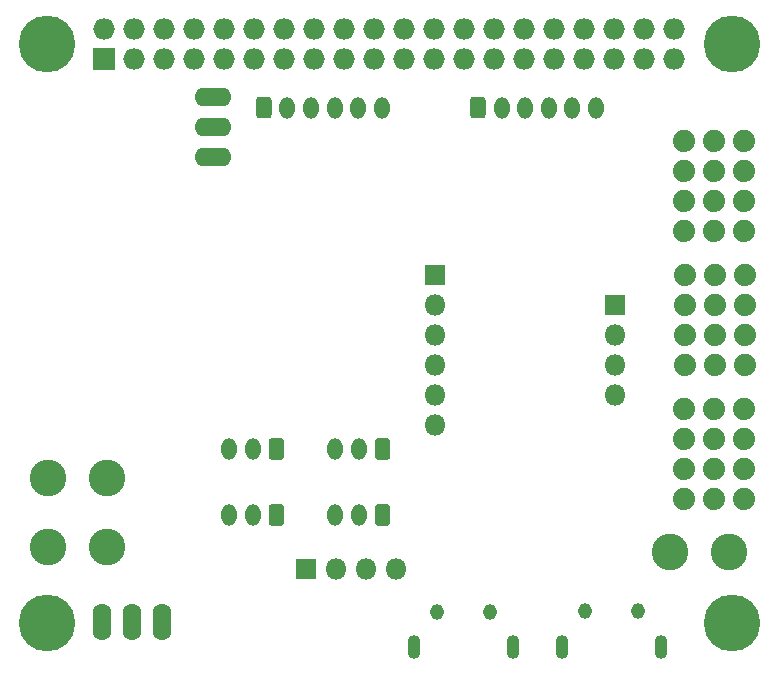
<source format=gbr>
G04 #@! TF.GenerationSoftware,KiCad,Pcbnew,5.1.6-c6e7f7d~87~ubuntu19.10.1*
G04 #@! TF.CreationDate,2021-03-31T16:12:46-04:00*
G04 #@! TF.ProjectId,helios,68656c69-6f73-42e6-9b69-6361645f7063,v1.0*
G04 #@! TF.SameCoordinates,Original*
G04 #@! TF.FileFunction,Soldermask,Bot*
G04 #@! TF.FilePolarity,Negative*
%FSLAX46Y46*%
G04 Gerber Fmt 4.6, Leading zero omitted, Abs format (unit mm)*
G04 Created by KiCad (PCBNEW 5.1.6-c6e7f7d~87~ubuntu19.10.1) date 2021-03-31 16:12:46*
%MOMM*%
%LPD*%
G01*
G04 APERTURE LIST*
%ADD10R,1.800000X1.800000*%
%ADD11O,1.800000X1.800000*%
%ADD12C,3.101600*%
%ADD13O,1.300000X1.850000*%
%ADD14O,1.100000X2.000000*%
%ADD15O,1.150000X1.350000*%
%ADD16O,1.827200X1.827200*%
%ADD17R,1.827200X1.827200*%
%ADD18C,1.879600*%
%ADD19O,1.600200X3.124200*%
%ADD20O,3.124200X1.600200*%
%ADD21C,4.800000*%
G04 APERTURE END LIST*
D10*
G04 #@! TO.C,U10*
X151670000Y-96800000D03*
D11*
X151670000Y-99340000D03*
X151670000Y-101880000D03*
X151670000Y-104420000D03*
X151670000Y-106960000D03*
X151670000Y-109500000D03*
X166910000Y-104420000D03*
X166910000Y-101880000D03*
D10*
X166910000Y-99340000D03*
D11*
X166910000Y-106960000D03*
G04 #@! TD*
D12*
G04 #@! TO.C,1111*
X123950000Y-114050000D03*
X118950000Y-114050000D03*
G04 #@! TD*
G04 #@! TO.C,J5*
G36*
G01*
X136560000Y-83304168D02*
X136560000Y-81995832D01*
G75*
G02*
X136830832Y-81725000I270832J0D01*
G01*
X137589168Y-81725000D01*
G75*
G02*
X137860000Y-81995832I0J-270832D01*
G01*
X137860000Y-83304168D01*
G75*
G02*
X137589168Y-83575000I-270832J0D01*
G01*
X136830832Y-83575000D01*
G75*
G02*
X136560000Y-83304168I0J270832D01*
G01*
G37*
D13*
X139210000Y-82650000D03*
X141210000Y-82650000D03*
X143210000Y-82650000D03*
X145210000Y-82650000D03*
X147210000Y-82650000D03*
G04 #@! TD*
G04 #@! TO.C,J6*
X165330000Y-82650000D03*
X163330000Y-82650000D03*
X161330000Y-82650000D03*
X159330000Y-82650000D03*
X157330000Y-82650000D03*
G36*
G01*
X154680000Y-83304168D02*
X154680000Y-81995832D01*
G75*
G02*
X154950832Y-81725000I270832J0D01*
G01*
X155709168Y-81725000D01*
G75*
G02*
X155980000Y-81995832I0J-270832D01*
G01*
X155980000Y-83304168D01*
G75*
G02*
X155709168Y-83575000I-270832J0D01*
G01*
X154950832Y-83575000D01*
G75*
G02*
X154680000Y-83304168I0J270832D01*
G01*
G37*
G04 #@! TD*
D14*
G04 #@! TO.C,J7*
X158295000Y-128330000D03*
X149945000Y-128330000D03*
D15*
X156345000Y-125330000D03*
X151895000Y-125330000D03*
G04 #@! TD*
G04 #@! TO.C,J8*
X164395000Y-125310000D03*
X168845000Y-125310000D03*
D14*
X162445000Y-128310000D03*
X170795000Y-128310000D03*
G04 #@! TD*
D16*
G04 #@! TO.C,J19*
X171970000Y-76000000D03*
X171970000Y-78540000D03*
X169430000Y-76000000D03*
X169430000Y-78540000D03*
X166890000Y-76000000D03*
X166890000Y-78540000D03*
X164350000Y-76000000D03*
X164350000Y-78540000D03*
X161810000Y-76000000D03*
X161810000Y-78540000D03*
X159270000Y-76000000D03*
X159270000Y-78540000D03*
X156730000Y-76000000D03*
X156730000Y-78540000D03*
X154190000Y-76000000D03*
X154190000Y-78540000D03*
X151650000Y-76000000D03*
X151650000Y-78540000D03*
X149110000Y-76000000D03*
X149110000Y-78540000D03*
X146570000Y-76000000D03*
X146570000Y-78540000D03*
X144030000Y-76000000D03*
X144030000Y-78540000D03*
X141490000Y-76000000D03*
X141490000Y-78540000D03*
X138950000Y-76000000D03*
X138950000Y-78540000D03*
X136410000Y-76000000D03*
X136410000Y-78540000D03*
X133870000Y-76000000D03*
X133870000Y-78540000D03*
X131330000Y-76000000D03*
X131330000Y-78540000D03*
X128790000Y-76000000D03*
X128790000Y-78540000D03*
X126250000Y-76000000D03*
X126250000Y-78540000D03*
X123710000Y-76000000D03*
D17*
X123710000Y-78540000D03*
G04 #@! TD*
D18*
G04 #@! TO.C,JP1*
X177870000Y-115790000D03*
X177870000Y-113250000D03*
X177870000Y-110710000D03*
X177870000Y-108170000D03*
X175330000Y-115790000D03*
X172790000Y-115790000D03*
X175330000Y-113250000D03*
X172790000Y-113250000D03*
X175330000Y-110710000D03*
X172790000Y-110710000D03*
X175330000Y-108170000D03*
X172790000Y-108170000D03*
G04 #@! TD*
G04 #@! TO.C,JP2*
X172770000Y-85480000D03*
X175310000Y-85480000D03*
X172770000Y-88020000D03*
X175310000Y-88020000D03*
X172770000Y-90560000D03*
X175310000Y-90560000D03*
X172770000Y-93100000D03*
X175310000Y-93100000D03*
X177850000Y-85480000D03*
X177850000Y-88020000D03*
X177850000Y-90560000D03*
X177850000Y-93100000D03*
G04 #@! TD*
G04 #@! TO.C,JP3*
X172840000Y-96830000D03*
X175380000Y-96830000D03*
X172840000Y-99370000D03*
X175380000Y-99370000D03*
X172840000Y-101910000D03*
X175380000Y-101910000D03*
X172840000Y-104450000D03*
X175380000Y-104450000D03*
X177920000Y-96830000D03*
X177920000Y-99370000D03*
X177920000Y-101910000D03*
X177920000Y-104450000D03*
G04 #@! TD*
D12*
G04 #@! TO.C,U9*
X118920000Y-119820000D03*
X123920000Y-119820000D03*
G04 #@! TD*
G04 #@! TO.C,U11*
X171580000Y-120300000D03*
X176580000Y-120300000D03*
G04 #@! TD*
G04 #@! TO.C,J1*
G36*
G01*
X138916000Y-110903832D02*
X138916000Y-112212168D01*
G75*
G02*
X138645168Y-112483000I-270832J0D01*
G01*
X137886832Y-112483000D01*
G75*
G02*
X137616000Y-112212168I0J270832D01*
G01*
X137616000Y-110903832D01*
G75*
G02*
X137886832Y-110633000I270832J0D01*
G01*
X138645168Y-110633000D01*
G75*
G02*
X138916000Y-110903832I0J-270832D01*
G01*
G37*
D13*
X136266000Y-111558000D03*
X134266000Y-111558000D03*
G04 #@! TD*
G04 #@! TO.C,J2*
X143256000Y-111568000D03*
X145256000Y-111568000D03*
G36*
G01*
X147906000Y-110913832D02*
X147906000Y-112222168D01*
G75*
G02*
X147635168Y-112493000I-270832J0D01*
G01*
X146876832Y-112493000D01*
G75*
G02*
X146606000Y-112222168I0J270832D01*
G01*
X146606000Y-110913832D01*
G75*
G02*
X146876832Y-110643000I270832J0D01*
G01*
X147635168Y-110643000D01*
G75*
G02*
X147906000Y-110913832I0J-270832D01*
G01*
G37*
G04 #@! TD*
G04 #@! TO.C,J3*
G36*
G01*
X138916000Y-116483832D02*
X138916000Y-117792168D01*
G75*
G02*
X138645168Y-118063000I-270832J0D01*
G01*
X137886832Y-118063000D01*
G75*
G02*
X137616000Y-117792168I0J270832D01*
G01*
X137616000Y-116483832D01*
G75*
G02*
X137886832Y-116213000I270832J0D01*
G01*
X138645168Y-116213000D01*
G75*
G02*
X138916000Y-116483832I0J-270832D01*
G01*
G37*
X136266000Y-117138000D03*
X134266000Y-117138000D03*
G04 #@! TD*
G04 #@! TO.C,J4*
X143256000Y-117148000D03*
X145256000Y-117148000D03*
G36*
G01*
X147906000Y-116493832D02*
X147906000Y-117802168D01*
G75*
G02*
X147635168Y-118073000I-270832J0D01*
G01*
X146876832Y-118073000D01*
G75*
G02*
X146606000Y-117802168I0J270832D01*
G01*
X146606000Y-116493832D01*
G75*
G02*
X146876832Y-116223000I270832J0D01*
G01*
X147635168Y-116223000D01*
G75*
G02*
X147906000Y-116493832I0J-270832D01*
G01*
G37*
G04 #@! TD*
D10*
G04 #@! TO.C,J22*
X140750000Y-121720000D03*
D11*
X143290000Y-121720000D03*
X145830000Y-121720000D03*
X148370000Y-121720000D03*
G04 #@! TD*
D19*
G04 #@! TO.C,J9*
X128590000Y-126240000D03*
X126050000Y-126240000D03*
X123510000Y-126240000D03*
G04 #@! TD*
D20*
G04 #@! TO.C,J14*
X132910000Y-86870000D03*
X132910000Y-84330000D03*
X132910000Y-81790000D03*
G04 #@! TD*
D21*
G04 #@! TO.C,H1*
X118840000Y-77270000D03*
G04 #@! TD*
G04 #@! TO.C,H2*
X118840000Y-126270000D03*
G04 #@! TD*
G04 #@! TO.C,H3*
X176840000Y-126260000D03*
G04 #@! TD*
G04 #@! TO.C,H4*
X176840000Y-77270000D03*
G04 #@! TD*
M02*

</source>
